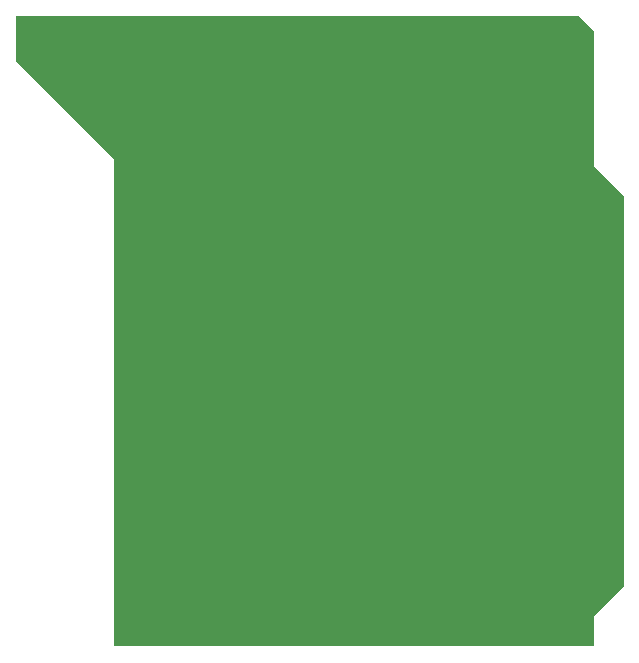
<source format=gbr>
G04 DipTrace 2.3.1.0*
%INminishiftjig_Board.gbr*%
%MOIN*%
%ADD11C,0.0055*%
%FSLAX44Y44*%
G04*
G70*
G90*
G75*
G01*
%LNBoardPoly*%
%LPD*%
G36*
X22687Y24937D2*
D11*
X3937D1*
Y23437D1*
X7187Y20187D1*
Y3937D1*
X23187D1*
Y4937D1*
X24187Y5937D1*
Y18937D1*
X23187Y19937D1*
Y24437D1*
X22687Y24937D1*
G37*
M02*

</source>
